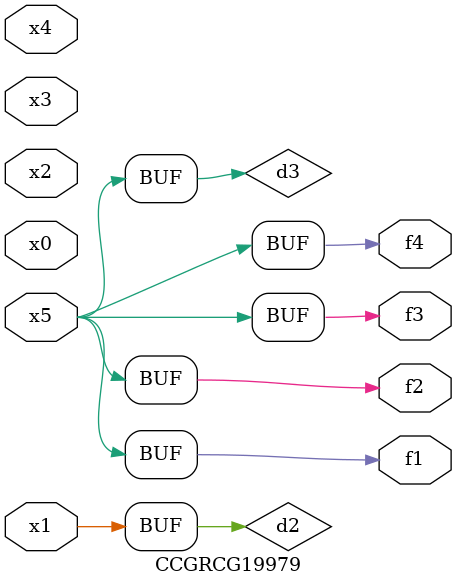
<source format=v>
module CCGRCG19979(
	input x0, x1, x2, x3, x4, x5,
	output f1, f2, f3, f4
);

	wire d1, d2, d3;

	not (d1, x5);
	or (d2, x1);
	xnor (d3, d1);
	assign f1 = d3;
	assign f2 = d3;
	assign f3 = d3;
	assign f4 = d3;
endmodule

</source>
